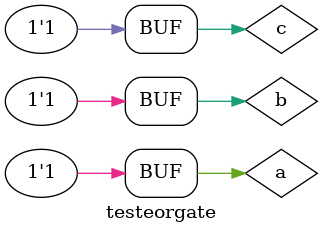
<source format=v>

module or2gate( output saida, input q,w);
assign saida = q|w;
endmodule

module orgate(output s, input a,b,c);
assign s = ((a|b)|c);
endmodule

//.......... teste

module testeorgate;
reg a,b,c;
wire s,s1;

or2gate OR1(s1,a,b);
or2gate OR2(s,s1,c);

initial begin:start
a = 0;
b = 0;
c = 0;
end
initial begin:main
$display("Exemplo0015 - Mateus Lima Batista - 451410");
$display("Test OR gate");
$display("\na&b&c = s\n");
$monitor("%b|%b|%b  = %b",a,b,c,s);
#1 a = 0; b = 0; c = 1;
#1 a = 0; b = 1; c = 0;
#1 a = 0; b = 1; c = 1;
#1 a = 1; b = 0; c = 0;
#1 a = 1; b = 0; c = 1;
#1 a = 1; b = 1; c = 0;
#1 a = 1; b = 1; c = 1;
end
endmodule

</source>
